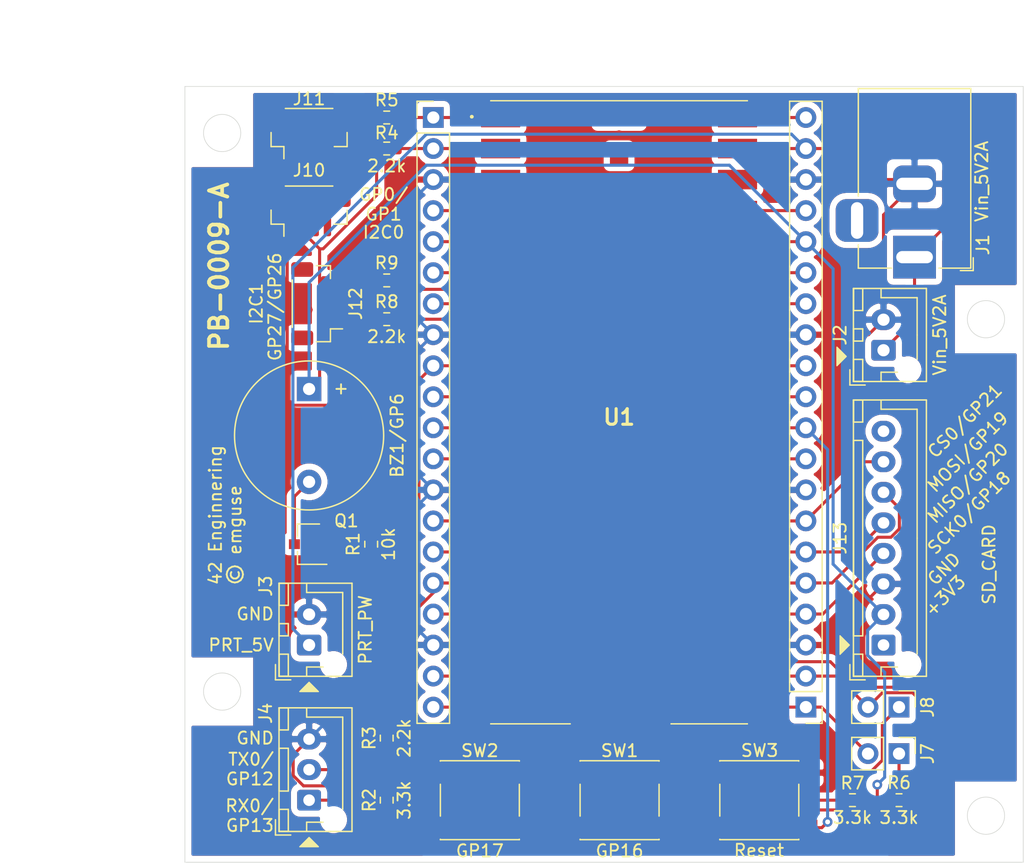
<source format=kicad_pcb>
(kicad_pcb (version 20171130) (host pcbnew "(5.1.12)-1")
  (title_block (title PB-0009-A) (date 2021-12-28) (rev 00) (company "42 Enginnering") (comment 1 emguse) (comment 2 "I2C sensor and data recording board with Raspberry Pi pico"))
  (layers (0 F.Cu signal) (31 B.Cu signal) (34 B.Paste user) (35 F.Paste user) (36 B.SilkS user) (37 F.SilkS user) (38 B.Mask user) (39 F.Mask user) (44 Edge.Cuts user))
  (net 0 "")
  (net 1 "Net-(BZ1-Pad2)")
  (net 2 +3V3)
  (net 3 /PRT_5V)
  (net 4 GND)
  (net 5 "Net-(J4-Pad2)")
  (net 6 /RX0)
  (net 7 "Net-(J5-Pad20)")
  (net 8 "Net-(J5-Pad19)")
  (net 9 /TX0)
  (net 10 "Net-(J5-Pad15)")
  (net 11 "Net-(J5-Pad14)")
  (net 12 "Net-(J5-Pad12)")
  (net 13 "Net-(J5-Pad11)")
  (net 14 "Net-(J5-Pad10)")
  (net 15 /BUZZ_SIG)
  (net 16 "Net-(J5-Pad7)")
  (net 17 "Net-(J5-Pad6)")
  (net 18 "Net-(J5-Pad5)")
  (net 19 "Net-(J5-Pad4)")
  (net 20 /SCL0)
  (net 21 /SDA0)
  (net 22 "Net-(J6-Pad40)")
  (net 23 "Net-(J6-Pad37)")
  (net 24 "Net-(J6-Pad35)")
  (net 25 "Net-(J6-Pad34)")
  (net 26 /SCL1)
  (net 27 /SDA1)
  (net 28 /RUN)
  (net 29 "Net-(J6-Pad29)")
  (net 30 /CS0)
  (net 31 /DI0_MISO)
  (net 32 /DO0_MOSI)
  (net 33 /SCK0)
  (net 34 /TH_DOWN)
  (net 35 /TH_UP)
  (net 36 "Net-(J7-Pad1)")
  (net 37 "Net-(J8-Pad1)")
  (net 38 "Net-(Q1-Pad1)")
  (module Connector_JST:JST_XH_B2B-XH-AM_1x02_P2.50mm_Vertical (layer F.Cu) (at 101.6 109.22 90)
    (fp_text reference J3 (at 4.826 -3.55 90) (layer F.SilkS))
    (fp_text value PRT_PW (at 1.25 4.6 90) (layer F.SilkS))
    (pad "" np_thru_hole circle (at -1.6 2 90) (size 1.2 1.2) (drill 1.2) (layers *.Cu *.Mask))
    (pad 2 thru_hole oval (at 2.5 0 90) (size 1.7 2) (drill 1) (layers *.Cu *.Mask) (net 4 GND))
    (pad 1 thru_hole roundrect (at 0 0 90) (size 1.7 2) (drill 1) (layers *.Cu *.Mask) (roundrect_rratio 0.1470588235294118) (net 3 /PRT_5V))
  )
  (module Resistor_SMD:R_0603_1608Metric (layer F.Cu) (at 107.95 79.375)
    (fp_text reference R9 (at 0 -1.43) (layer F.SilkS))
    (fp_text value 2.2k)
    (pad 2 smd roundrect (at 0.825 0) (size 0.8 0.95) (layers F.Cu F.Paste F.Mask) (net 26 /SCL1))
    (pad 1 smd roundrect (at -0.825 0) (size 0.8 0.95) (layers F.Cu F.Paste F.Mask) (net 2 +3V3))
  )
  (module Resistor_SMD:R_0603_1608Metric (layer F.Cu) (at 107.95 82.55)
    (fp_text reference R8 (at 0 -1.43) (layer F.SilkS))
    (fp_text value 2.2k (at 0 1.43) (layer F.SilkS))
    (pad 2 smd roundrect (at 0.825 0) (size 0.8 0.95) (layers F.Cu F.Paste F.Mask) (net 27 /SDA1))
    (pad 1 smd roundrect (at -0.825 0) (size 0.8 0.95) (layers F.Cu F.Paste F.Mask) (net 2 +3V3))
  )
  (module Button_Switch_SMD:SW_Push_1P1T_NO_6x6mm_H9.5mm (layer F.Cu) (at 138.43 121.92 180)
    (fp_text reference SW3 (at -0.0254 4.064) (layer F.SilkS))
    (fp_text value Reset (at 0.0254 -4.1148) (layer F.SilkS))
    (pad 2 smd rect (at 3.975 2.25 180) (size 1.55 1.3) (layers F.Cu F.Paste F.Mask) (net 4 GND))
    (pad 1 smd rect (at 3.975 -2.25 180) (size 1.55 1.3) (layers F.Cu F.Paste F.Mask) (net 28 /RUN))
    (pad 1 smd rect (at -3.975 -2.25 180) (size 1.55 1.3) (layers F.Cu F.Paste F.Mask) (net 28 /RUN))
    (pad 2 smd rect (at -3.975 2.25 180) (size 1.55 1.3) (layers F.Cu F.Paste F.Mask) (net 4 GND))
  )
  (module Button_Switch_SMD:SW_Push_1P1T_NO_6x6mm_H9.5mm (layer F.Cu) (at 115.57 121.92)
    (fp_text reference SW2 (at 0 -4.05) (layer F.SilkS))
    (fp_text value GP17 (at 0 4.15) (layer F.SilkS))
    (pad 2 smd rect (at 3.975 2.25) (size 1.55 1.3) (layers F.Cu F.Paste F.Mask) (net 34 /TH_DOWN))
    (pad 1 smd rect (at 3.975 -2.25) (size 1.55 1.3) (layers F.Cu F.Paste F.Mask) (net 37 "Net-(J8-Pad1)"))
    (pad 1 smd rect (at -3.975 -2.25) (size 1.55 1.3) (layers F.Cu F.Paste F.Mask) (net 37 "Net-(J8-Pad1)"))
    (pad 2 smd rect (at -3.975 2.25) (size 1.55 1.3) (layers F.Cu F.Paste F.Mask) (net 34 /TH_DOWN))
  )
  (module Button_Switch_SMD:SW_Push_1P1T_NO_6x6mm_H9.5mm (layer F.Cu) (at 127 121.92)
    (fp_text reference SW1 (at 0 -4.05) (layer F.SilkS))
    (fp_text value GP16 (at 0 4.15) (layer F.SilkS))
    (pad 2 smd rect (at 3.975 2.25) (size 1.55 1.3) (layers F.Cu F.Paste F.Mask) (net 35 /TH_UP))
    (pad 1 smd rect (at 3.975 -2.25) (size 1.55 1.3) (layers F.Cu F.Paste F.Mask) (net 36 "Net-(J7-Pad1)"))
    (pad 1 smd rect (at -3.975 -2.25) (size 1.55 1.3) (layers F.Cu F.Paste F.Mask) (net 36 "Net-(J7-Pad1)"))
    (pad 2 smd rect (at -3.975 2.25) (size 1.55 1.3) (layers F.Cu F.Paste F.Mask) (net 35 /TH_UP))
  )
  (module Resistor_SMD:R_0603_1608Metric (layer F.Cu) (at 146.05 121.92 180)
    (fp_text reference R7 (at 0 1.397) (layer F.SilkS))
    (fp_text value 3.3k (at 0 -1.4224) (layer F.SilkS))
    (pad 2 smd roundrect (at 0.825 0 180) (size 0.8 0.95) (layers F.Cu F.Paste F.Mask) (net 37 "Net-(J8-Pad1)"))
    (pad 1 smd roundrect (at -0.825 0 180) (size 0.8 0.95) (layers F.Cu F.Paste F.Mask) (net 2 +3V3))
  )
  (module Resistor_SMD:R_0603_1608Metric (layer F.Cu) (at 149.86 121.92)
    (fp_text reference R6 (at 0 -1.43) (layer F.SilkS))
    (fp_text value 3.3k (at 0 1.43) (layer F.SilkS))
    (pad 2 smd roundrect (at 0.825 0) (size 0.8 0.95) (layers F.Cu F.Paste F.Mask) (net 36 "Net-(J7-Pad1)"))
    (pad 1 smd roundrect (at -0.825 0) (size 0.8 0.95) (layers F.Cu F.Paste F.Mask) (net 2 +3V3))
  )
  (module Resistor_SMD:R_0603_1608Metric (layer F.Cu) (at 107.95 66.04)
    (fp_text reference R5 (at 0 -1.43) (layer F.SilkS))
    (fp_text value 2.2k)
    (pad 2 smd roundrect (at 0.825 0) (size 0.8 0.95) (layers F.Cu F.Paste F.Mask) (net 21 /SDA0))
    (pad 1 smd roundrect (at -0.825 0) (size 0.8 0.95) (layers F.Cu F.Paste F.Mask) (net 2 +3V3))
  )
  (module Resistor_SMD:R_0603_1608Metric (layer F.Cu) (at 107.95 68.58)
    (fp_text reference R4 (at 0 -1.27) (layer F.SilkS))
    (fp_text value 2.2k (at 0 1.43) (layer F.SilkS))
    (pad 2 smd roundrect (at 0.825 0) (size 0.8 0.95) (layers F.Cu F.Paste F.Mask) (net 20 /SCL0))
    (pad 1 smd roundrect (at -0.825 0) (size 0.8 0.95) (layers F.Cu F.Paste F.Mask) (net 2 +3V3))
  )
  (module Resistor_SMD:R_0603_1608Metric (layer F.Cu) (at 107.95 116.84 90)
    (fp_text reference R3 (at 0 -1.43 90) (layer F.SilkS))
    (fp_text value 2.2k (at 0 1.43 90) (layer F.SilkS))
    (pad 2 smd roundrect (at 0.825 0 90) (size 0.8 0.95) (layers F.Cu F.Paste F.Mask) (net 9 /TX0))
    (pad 1 smd roundrect (at -0.825 0 90) (size 0.8 0.95) (layers F.Cu F.Paste F.Mask) (net 5 "Net-(J4-Pad2)"))
  )
  (module Resistor_SMD:R_0603_1608Metric (layer F.Cu) (at 107.95 121.92 90)
    (fp_text reference R2 (at 0 -1.43 90) (layer F.SilkS))
    (fp_text value 3.3k (at 0 1.43 90) (layer F.SilkS))
    (pad 2 smd roundrect (at 0.825 0 90) (size 0.8 0.95) (layers F.Cu F.Paste F.Mask) (net 4 GND))
    (pad 1 smd roundrect (at -0.825 0 90) (size 0.8 0.95) (layers F.Cu F.Paste F.Mask) (net 9 /TX0))
  )
  (module Resistor_SMD:R_0603_1608Metric (layer F.Cu) (at 106.68 100.965 270)
    (fp_text reference R1 (at 0 1.4732 90) (layer F.SilkS))
    (fp_text value 10k (at 0 -1.4224 90) (layer F.SilkS))
    (pad 2 smd roundrect (at 0.825 0 270) (size 0.8 0.95) (layers F.Cu F.Paste F.Mask) (net 15 /BUZZ_SIG))
    (pad 1 smd roundrect (at -0.825 0 270) (size 0.8 0.95) (layers F.Cu F.Paste F.Mask) (net 38 "Net-(Q1-Pad1)"))
  )
  (module Package_TO_SOT_SMD:SC-59 (layer F.Cu) (at 101.6 100.965 180)
    (fp_text reference Q1 (at -3.048 1.905) (layer F.SilkS))
    (fp_text value Q_NPN_BEC)
    (pad 3 smd rect (at 1.2 0 180) (size 0.9 0.8) (layers F.Cu F.Paste F.Mask) (net 1 "Net-(BZ1-Pad2)"))
    (pad 2 smd rect (at -1.2 0.95 180) (size 0.9 0.8) (layers F.Cu F.Paste F.Mask) (net 4 GND))
    (pad 1 smd rect (at -1.2 -0.95 180) (size 0.9 0.8) (layers F.Cu F.Paste F.Mask) (net 38 "Net-(Q1-Pad1)"))
  )
  (module Connector_JST:JST_XH_B8B-XH-AM_1x08_P2.50mm_Vertical (layer F.Cu) (at 148.59 109.22 90)
    (fp_text reference J13 (at 8.75 -3.55 90) (layer F.SilkS))
    (fp_text value SD_CARD (at 6.604 8.636 90) (layer F.SilkS))
    (pad "" np_thru_hole circle (at -1.6 2 90) (size 1.2 1.2) (drill 1.2) (layers *.Cu *.Mask))
    (pad 8 thru_hole oval (at 17.5 0 90) (size 1.7 1.95) (drill 0.95) (layers *.Cu *.Mask))
    (pad 7 thru_hole oval (at 15 0 90) (size 1.7 1.95) (drill 0.95) (layers *.Cu *.Mask) (net 30 /CS0))
    (pad 6 thru_hole oval (at 12.5 0 90) (size 1.7 1.95) (drill 0.95) (layers *.Cu *.Mask) (net 32 /DO0_MOSI))
    (pad 5 thru_hole oval (at 10 0 90) (size 1.7 1.95) (drill 0.95) (layers *.Cu *.Mask) (net 31 /DI0_MISO))
    (pad 4 thru_hole oval (at 7.5 0 90) (size 1.7 1.95) (drill 0.95) (layers *.Cu *.Mask) (net 33 /SCK0))
    (pad 3 thru_hole oval (at 5 0 90) (size 1.7 1.95) (drill 0.95) (layers *.Cu *.Mask) (net 4 GND))
    (pad 2 thru_hole oval (at 2.5 0 90) (size 1.7 1.95) (drill 0.95) (layers *.Cu *.Mask) (net 2 +3V3))
    (pad 1 thru_hole roundrect (at 0 0 90) (size 1.7 1.95) (drill 0.95) (layers *.Cu *.Mask) (roundrect_rratio 0.1470588235294118))
  )
  (module Connector_JST:JST_SH_BM04B-SRSS-TB_1x04-1MP_P1.00mm_Vertical (layer F.Cu) (at 102.235 81.28 90)
    (fp_text reference J12 (at 0 3.175 90) (layer F.SilkS))
    (fp_text value I2C1 (at 0 -4.953 90) (layer F.SilkS))
    (pad MP smd roundrect (at 2.8 -1.2 90) (size 1.2 1.8) (layers F.Cu F.Paste F.Mask) (roundrect_rratio 0.2083325))
    (pad MP smd roundrect (at -2.8 -1.2 90) (size 1.2 1.8) (layers F.Cu F.Paste F.Mask) (roundrect_rratio 0.2083325))
    (pad 4 smd roundrect (at 1.5 1.325 90) (size 0.6 1.55) (layers F.Cu F.Paste F.Mask) (net 26 /SCL1))
    (pad 3 smd roundrect (at 0.5 1.325 90) (size 0.6 1.55) (layers F.Cu F.Paste F.Mask) (net 27 /SDA1))
    (pad 2 smd roundrect (at -0.5 1.325 90) (size 0.6 1.55) (layers F.Cu F.Paste F.Mask) (net 2 +3V3))
    (pad 1 smd roundrect (at -1.5 1.325 90) (size 0.6 1.55) (layers F.Cu F.Paste F.Mask) (net 4 GND))
  )
  (module Connector_JST:JST_SH_BM04B-SRSS-TB_1x04-1MP_P1.00mm_Vertical (layer F.Cu) (at 101.6 67.31)
    (fp_text reference J11 (at 0 -2.794) (layer F.SilkS))
    (fp_text value I2C0)
    (pad MP smd roundrect (at 2.8 -1.2) (size 1.2 1.8) (layers F.Cu F.Paste F.Mask) (roundrect_rratio 0.2083325))
    (pad MP smd roundrect (at -2.8 -1.2) (size 1.2 1.8) (layers F.Cu F.Paste F.Mask) (roundrect_rratio 0.2083325))
    (pad 4 smd roundrect (at 1.5 1.325) (size 0.6 1.55) (layers F.Cu F.Paste F.Mask) (net 20 /SCL0))
    (pad 3 smd roundrect (at 0.5 1.325) (size 0.6 1.55) (layers F.Cu F.Paste F.Mask) (net 21 /SDA0))
    (pad 2 smd roundrect (at -0.5 1.325) (size 0.6 1.55) (layers F.Cu F.Paste F.Mask) (net 2 +3V3))
    (pad 1 smd roundrect (at -1.5 1.325) (size 0.6 1.55) (layers F.Cu F.Paste F.Mask) (net 4 GND))
  )
  (module Connector_JST:JST_SH_BM04B-SRSS-TB_1x04-1MP_P1.00mm_Vertical (layer F.Cu) (at 101.6 73.66)
    (fp_text reference J10 (at 0 -3.3) (layer F.SilkS))
    (fp_text value I2C0 (at 6.096 1.778) (layer F.SilkS))
    (pad MP smd roundrect (at 2.8 -1.2) (size 1.2 1.8) (layers F.Cu F.Paste F.Mask) (roundrect_rratio 0.2083325))
    (pad MP smd roundrect (at -2.8 -1.2) (size 1.2 1.8) (layers F.Cu F.Paste F.Mask) (roundrect_rratio 0.2083325))
    (pad 4 smd roundrect (at 1.5 1.325) (size 0.6 1.55) (layers F.Cu F.Paste F.Mask) (net 20 /SCL0))
    (pad 3 smd roundrect (at 0.5 1.325) (size 0.6 1.55) (layers F.Cu F.Paste F.Mask) (net 21 /SDA0))
    (pad 2 smd roundrect (at -0.5 1.325) (size 0.6 1.55) (layers F.Cu F.Paste F.Mask) (net 2 +3V3))
    (pad 1 smd roundrect (at -1.5 1.325) (size 0.6 1.55) (layers F.Cu F.Paste F.Mask) (net 4 GND))
  )
  (module Connector_PinHeader_2.54mm:PinHeader_1x20_P2.54mm_Vertical (layer F.Cu) (at 142.24 114.3 180)
    (fp_text reference J9)
    (fp_text value Conn_01x20_Female)
    (pad 20 thru_hole oval (at 0 48.26 180) (size 1.7 1.7) (drill 1) (layers *.Cu *.Mask) (net 22 "Net-(J6-Pad40)"))
    (pad 19 thru_hole oval (at 0 45.72 180) (size 1.7 1.7) (drill 1) (layers *.Cu *.Mask) (net 3 /PRT_5V))
    (pad 18 thru_hole oval (at 0 43.18 180) (size 1.7 1.7) (drill 1) (layers *.Cu *.Mask) (net 4 GND))
    (pad 17 thru_hole oval (at 0 40.64 180) (size 1.7 1.7) (drill 1) (layers *.Cu *.Mask) (net 23 "Net-(J6-Pad37)"))
    (pad 16 thru_hole oval (at 0 38.1 180) (size 1.7 1.7) (drill 1) (layers *.Cu *.Mask) (net 2 +3V3))
    (pad 15 thru_hole oval (at 0 35.56 180) (size 1.7 1.7) (drill 1) (layers *.Cu *.Mask) (net 24 "Net-(J6-Pad35)"))
    (pad 14 thru_hole oval (at 0 33.02 180) (size 1.7 1.7) (drill 1) (layers *.Cu *.Mask) (net 25 "Net-(J6-Pad34)"))
    (pad 13 thru_hole oval (at 0 30.48 180) (size 1.7 1.7) (drill 1) (layers *.Cu *.Mask) (net 4 GND))
    (pad 12 thru_hole oval (at 0 27.94 180) (size 1.7 1.7) (drill 1) (layers *.Cu *.Mask) (net 26 /SCL1))
    (pad 11 thru_hole oval (at 0 25.4 180) (size 1.7 1.7) (drill 1) (layers *.Cu *.Mask) (net 27 /SDA1))
    (pad 10 thru_hole oval (at 0 22.86 180) (size 1.7 1.7) (drill 1) (layers *.Cu *.Mask) (net 28 /RUN))
    (pad 9 thru_hole oval (at 0 20.32 180) (size 1.7 1.7) (drill 1) (layers *.Cu *.Mask) (net 29 "Net-(J6-Pad29)"))
    (pad 8 thru_hole oval (at 0 17.78 180) (size 1.7 1.7) (drill 1) (layers *.Cu *.Mask) (net 4 GND))
    (pad 7 thru_hole oval (at 0 15.24 180) (size 1.7 1.7) (drill 1) (layers *.Cu *.Mask) (net 30 /CS0))
    (pad 6 thru_hole oval (at 0 12.7 180) (size 1.7 1.7) (drill 1) (layers *.Cu *.Mask) (net 31 /DI0_MISO))
    (pad 5 thru_hole oval (at 0 10.16 180) (size 1.7 1.7) (drill 1) (layers *.Cu *.Mask) (net 32 /DO0_MOSI))
    (pad 4 thru_hole oval (at 0 7.62 180) (size 1.7 1.7) (drill 1) (layers *.Cu *.Mask) (net 33 /SCK0))
    (pad 3 thru_hole oval (at 0 5.08 180) (size 1.7 1.7) (drill 1) (layers *.Cu *.Mask) (net 4 GND))
    (pad 2 thru_hole oval (at 0 2.54 180) (size 1.7 1.7) (drill 1) (layers *.Cu *.Mask) (net 34 /TH_DOWN))
    (pad 1 thru_hole rect (at 0 0 180) (size 1.7 1.7) (drill 1) (layers *.Cu *.Mask) (net 35 /TH_UP))
  )
  (module Connector_PinHeader_2.54mm:PinHeader_1x02_P2.54mm_Vertical (layer F.Cu) (at 149.86 114.3 270)
    (fp_text reference J8 (at 0 -2.33 90) (layer F.SilkS))
    (fp_text value TH_DOWN)
    (pad 2 thru_hole oval (at 0 2.54 270) (size 1.7 1.7) (drill 1) (layers *.Cu *.Mask) (net 34 /TH_DOWN))
    (pad 1 thru_hole rect (at 0 0 270) (size 1.7 1.7) (drill 1) (layers *.Cu *.Mask) (net 37 "Net-(J8-Pad1)"))
  )
  (module Connector_PinHeader_2.54mm:PinHeader_1x02_P2.54mm_Vertical (layer F.Cu) (at 149.86 118.11 270)
    (fp_text reference J7 (at 0 -2.33 90) (layer F.SilkS))
    (fp_text value TH_UP)
    (pad 2 thru_hole oval (at 0 2.54 270) (size 1.7 1.7) (drill 1) (layers *.Cu *.Mask) (net 35 /TH_UP))
    (pad 1 thru_hole rect (at 0 0 270) (size 1.7 1.7) (drill 1) (layers *.Cu *.Mask) (net 36 "Net-(J7-Pad1)"))
  )
  (module SamacSys_Parts:PICO (layer F.Cu) (at 116.459 115.6716)
    (fp_text reference U1 (at 10.5 -25.1) (layer F.SilkS) (effects (font (size 1.27 1.27) (thickness 0.254))))
    (fp_text value PICO hide)
    (pad TP6 smd rect (at 8 -38 90) (size 1.5 1.5) (layers F.Cu F.Paste F.Mask))
    (pad TP5 smd rect (at 8 -40.5 90) (size 1.5 1.5) (layers F.Cu F.Paste F.Mask))
    (pad TP4 smd rect (at 8 -43 90) (size 1.5 1.5) (layers F.Cu F.Paste F.Mask))
    (pad TP3 smd rect (at 9.5 -49.8 90) (size 1.5 1.5) (layers F.Cu F.Paste F.Mask))
    (pad TP2 smd rect (at 11.5 -49.8 90) (size 1.5 1.5) (layers F.Cu F.Paste F.Mask))
    (pad TP1 smd rect (at 10.5 -46.5 90) (size 1.5 1.5) (layers F.Cu F.Paste F.Mask))
    (pad D3 smd rect (at 13.04 -0.8) (size 1.6 3.2) (layers F.Cu F.Paste F.Mask))
    (pad D2 smd rect (at 10.5 -0.8) (size 1.6 3.2) (layers F.Cu F.Paste F.Mask))
    (pad D1 smd rect (at 7.96 -0.8) (size 1.6 3.2) (layers F.Cu F.Paste F.Mask))
    (pad 40 smd rect (at 20.19 -49.63 90) (size 1.6 3.2) (layers F.Cu F.Paste F.Mask) (net 22 "Net-(J6-Pad40)"))
    (pad 39 smd rect (at 20.19 -47.09 90) (size 1.6 3.2) (layers F.Cu F.Paste F.Mask) (net 3 /PRT_5V))
    (pad 38 smd rect (at 20.19 -44.55 90) (size 1.6 3.2) (layers F.Cu F.Paste F.Mask) (net 4 GND))
    (pad 37 smd rect (at 20.19 -42.01 90) (size 1.6 3.2) (layers F.Cu F.Paste F.Mask) (net 23 "Net-(J6-Pad37)"))
    (pad 36 smd rect (at 20.19 -39.47 90) (size 1.6 3.2) (layers F.Cu F.Paste F.Mask) (net 2 +3V3))
    (pad 35 smd rect (at 20.19 -36.93 90) (size 1.6 3.2) (layers F.Cu F.Paste F.Mask) (net 24 "Net-(J6-Pad35)"))
    (pad 34 smd rect (at 20.19 -34.39 90) (size 1.6 3.2) (layers F.Cu F.Paste F.Mask) (net 25 "Net-(J6-Pad34)"))
    (pad 33 smd rect (at 20.19 -31.85 90) (size 1.6 3.2) (layers F.Cu F.Paste F.Mask) (net 4 GND))
    (pad 32 smd rect (at 20.19 -29.31 90) (size 1.6 3.2) (layers F.Cu F.Paste F.Mask) (net 26 /SCL1))
    (pad 31 smd rect (at 20.19 -26.77 90) (size 1.6 3.2) (layers F.Cu F.Paste F.Mask) (net 27 /SDA1))
    (pad 30 smd rect (at 20.19 -24.23 90) (size 1.6 3.2) (layers F.Cu F.Paste F.Mask) (net 28 /RUN))
    (pad 29 smd rect (at 20.19 -21.69 90) (size 1.6 3.2) (layers F.Cu F.Paste F.Mask) (net 29 "Net-(J6-Pad29)"))
    (pad 28 smd rect (at 20.19 -19.15 90) (size 1.6 3.2) (layers F.Cu F.Paste F.Mask) (net 4 GND))
    (pad 27 smd rect (at 20.19 -16.61 90) (size 1.6 3.2) (layers F.Cu F.Paste F.Mask) (net 30 /CS0))
    (pad 26 smd rect (at 20.19 -14.07 90) (size 1.6 3.2) (layers F.Cu F.Paste F.Mask) (net 31 /DI0_MISO))
    (pad 25 smd rect (at 20.19 -11.53 90) (size 1.6 3.2) (layers F.Cu F.Paste F.Mask) (net 32 /DO0_MOSI))
    (pad 24 smd rect (at 20.19 -8.99 90) (size 1.6 3.2) (layers F.Cu F.Paste F.Mask) (net 33 /SCK0))
    (pad 23 smd rect (at 20.19 -6.45 90) (size 1.6 3.2) (layers F.Cu F.Paste F.Mask) (net 4 GND))
    (pad 22 smd rect (at 20.19 -3.91 90) (size 1.6 3.2) (layers F.Cu F.Paste F.Mask) (net 34 /TH_DOWN))
    (pad 21 smd rect (at 20.19 -1.37 90) (size 1.6 3.2) (layers F.Cu F.Paste F.Mask) (net 35 /TH_UP))
    (pad 20 smd rect (at 0.81 -1.37 90) (size 1.6 3.2) (layers F.Cu F.Paste F.Mask) (net 7 "Net-(J5-Pad20)"))
    (pad 19 smd rect (at 0.81 -3.91 90) (size 1.6 3.2) (layers F.Cu F.Paste F.Mask) (net 8 "Net-(J5-Pad19)"))
    (pad 18 smd rect (at 0.81 -6.45 90) (size 1.6 3.2) (layers F.Cu F.Paste F.Mask) (net 4 GND))
    (pad 17 smd rect (at 0.81 -8.99 90) (size 1.6 3.2) (layers F.Cu F.Paste F.Mask) (net 6 /RX0))
    (pad 16 smd rect (at 0.81 -11.53 90) (size 1.6 3.2) (layers F.Cu F.Paste F.Mask) (net 9 /TX0))
    (pad 15 smd rect (at 0.81 -14.07 90) (size 1.6 3.2) (layers F.Cu F.Paste F.Mask) (net 10 "Net-(J5-Pad15)"))
    (pad 14 smd rect (at 0.81 -16.61 90) (size 1.6 3.2) (layers F.Cu F.Paste F.Mask) (net 11 "Net-(J5-Pad14)"))
    (pad 13 smd rect (at 0.81 -19.15 90) (size 1.6 3.2) (layers F.Cu F.Paste F.Mask) (net 4 GND))
    (pad 12 smd rect (at 0.81 -21.69 90) (size 1.6 3.2) (layers F.Cu F.Paste F.Mask) (net 12 "Net-(J5-Pad12)"))
    (pad 11 smd rect (at 0.81 -24.23 90) (size 1.6 3.2) (layers F.Cu F.Paste F.Mask) (net 13 "Net-(J5-Pad11)"))
    (pad 10 smd rect (at 0.81 -26.77 90) (size 1.6 3.2) (layers F.Cu F.Paste F.Mask) (net 14 "Net-(J5-Pad10)"))
    (pad 9 smd rect (at 0.81 -29.31 90) (size 1.6 3.2) (layers F.Cu F.Paste F.Mask) (net 15 /BUZZ_SIG))
    (pad 8 smd rect (at 0.81 -31.85 90) (size 1.6 3.2) (layers F.Cu F.Paste F.Mask) (net 4 GND))
    (pad 7 smd rect (at 0.81 -34.39 90) (size 1.6 3.2) (layers F.Cu F.Paste F.Mask) (net 16 "Net-(J5-Pad7)"))
    (pad 6 smd rect (at 0.81 -36.93 90) (size 1.6 3.2) (layers F.Cu F.Paste F.Mask) (net 17 "Net-(J5-Pad6)"))
    (pad 5 smd rect (at 0.81 -39.47 90) (size 1.6 3.2) (layers F.Cu F.Paste F.Mask) (net 18 "Net-(J5-Pad5)"))
    (pad 4 smd rect (at 0.81 -42.01 90) (size 1.6 3.2) (layers F.Cu F.Paste F.Mask) (net 19 "Net-(J5-Pad4)"))
    (pad 3 smd rect (at 0.81 -44.55 90) (size 1.6 3.2) (layers F.Cu F.Paste F.Mask) (net 4 GND))
    (pad 2 smd rect (at 0.81 -47.09 90) (size 1.6 3.2) (layers F.Cu F.Paste F.Mask) (net 20 /SCL0))
    (pad 1 smd rect (at 0.81 -49.63 90) (size 1.6 3.2) (layers F.Cu F.Paste F.Mask) (net 21 /SDA0))
  )
  (module Connector_PinHeader_2.54mm:PinHeader_1x20_P2.54mm_Vertical (layer F.Cu) (at 111.76 66.04)
    (fp_text reference J5)
    (fp_text value Conn_01x20_Female)
    (pad 20 thru_hole oval (at 0 48.26) (size 1.7 1.7) (drill 1) (layers *.Cu *.Mask) (net 7 "Net-(J5-Pad20)"))
    (pad 19 thru_hole oval (at 0 45.72) (size 1.7 1.7) (drill 1) (layers *.Cu *.Mask) (net 8 "Net-(J5-Pad19)"))
    (pad 18 thru_hole oval (at 0 43.18) (size 1.7 1.7) (drill 1) (layers *.Cu *.Mask) (net 4 GND))
    (pad 17 thru_hole oval (at 0 40.64) (size 1.7 1.7) (drill 1) (layers *.Cu *.Mask) (net 6 /RX0))
    (pad 16 thru_hole oval (at 0 38.1) (size 1.7 1.7) (drill 1) (layers *.Cu *.Mask) (net 9 /TX0))
    (pad 15 thru_hole oval (at 0 35.56) (size 1.7 1.7) (drill 1) (layers *.Cu *.Mask) (net 10 "Net-(J5-Pad15)"))
    (pad 14 thru_hole oval (at 0 33.02) (size 1.7 1.7) (drill 1) (layers *.Cu *.Mask) (net 11 "Net-(J5-Pad14)"))
    (pad 13 thru_hole oval (at 0 30.48) (size 1.7 1.7) (drill 1) (layers *.Cu *.Mask) (net 4 GND))
    (pad 12 thru_hole oval (at 0 27.94) (size 1.7 1.7) (drill 1) (layers *.Cu *.Mask) (net 12 "Net-(J5-Pad12)"))
    (pad 11 thru_hole oval (at 0 25.4) (size 1.7 1.7) (drill 1) (layers *.Cu *.Mask) (net 13 "Net-(J5-Pad11)"))
    (pad 10 thru_hole oval (at 0 22.86) (size 1.7 1.7) (drill 1) (layers *.Cu *.Mask) (net 14 "Net-(J5-Pad10)"))
    (pad 9 thru_hole oval (at 0 20.32) (size 1.7 1.7) (drill 1) (layers *.Cu *.Mask) (net 15 /BUZZ_SIG))
    (pad 8 thru_hole oval (at 0 17.78) (size 1.7 1.7) (drill 1) (layers *.Cu *.Mask) (net 4 GND))
    (pad 7 thru_hole oval (at 0 15.24) (size 1.7 1.7) (drill 1) (layers *.Cu *.Mask) (net 16 "Net-(J5-Pad7)"))
    (pad 6 thru_hole oval (at 0 12.7) (size 1.7 1.7) (drill 1) (layers *.Cu *.Mask) (net 17 "Net-(J5-Pad6)"))
    (pad 5 thru_hole oval (at 0 10.16) (size 1.7 1.7) (drill 1) (layers *.Cu *.Mask) (net 18 "Net-(J5-Pad5)"))
    (pad 4 thru_hole oval (at 0 7.62) (size 1.7 1.7) (drill 1) (layers *.Cu *.Mask) (net 19 "Net-(J5-Pad4)"))
    (pad 3 thru_hole oval (at 0 5.08) (size 1.7 1.7) (drill 1) (layers *.Cu *.Mask) (net 4 GND))
    (pad 2 thru_hole oval (at 0 2.54) (size 1.7 1.7) (drill 1) (layers *.Cu *.Mask) (net 20 /SCL0))
    (pad 1 thru_hole rect (at 0 0) (size 1.7 1.7) (drill 1) (layers *.Cu *.Mask) (net 21 /SDA0))
  )
  (module Connector_JST:JST_XH_B3B-XH-AM_1x03_P2.50mm_Vertical (layer F.Cu) (at 101.6 121.92 90)
    (fp_text reference J4 (at 7.112 -3.556 90) (layer F.SilkS))
    (fp_text value Conn_01x03)
    (pad "" np_thru_hole circle (at -1.6 2 90) (size 1.2 1.2) (drill 1.2) (layers *.Cu *.Mask))
    (pad 3 thru_hole oval (at 5 0 90) (size 1.7 1.95) (drill 0.95) (layers *.Cu *.Mask) (net 4 GND))
    (pad 2 thru_hole oval (at 2.5 0 90) (size 1.7 1.95) (drill 0.95) (layers *.Cu *.Mask) (net 5 "Net-(J4-Pad2)"))
    (pad 1 thru_hole roundrect (at 0 0 90) (size 1.7 1.95) (drill 0.95) (layers *.Cu *.Mask) (roundrect_rratio 0.1470588235294118) (net 6 /RX0))
  )
  (module Connector_JST:JST_XH_B2B-XH-AM_1x02_P2.50mm_Vertical (layer F.Cu) (at 148.59 85.09 90)
    (fp_text reference J2 (at 1.25 -3.55 90) (layer F.SilkS))
    (fp_text value Vin_5V2A (at 1.25 4.6 90) (layer F.SilkS))
    (pad "" np_thru_hole circle (at -1.6 2 90) (size 1.2 1.2) (drill 1.2) (layers *.Cu *.Mask))
    (pad 2 thru_hole oval (at 2.5 0 90) (size 1.7 2) (drill 1) (layers *.Cu *.Mask) (net 4 GND))
    (pad 1 thru_hole roundrect (at 0 0 90) (size 1.7 2) (drill 1) (layers *.Cu *.Mask) (roundrect_rratio 0.1470588235294118) (net 3 /PRT_5V))
  )
  (module Connector_BarrelJack:BarrelJack_Horizontal (layer F.Cu) (at 151.13 77.47 270)
    (fp_text reference J1 (at -1.016 -5.588 90) (layer F.SilkS))
    (fp_text value Vin_5V2A (at -6.2 -5.5 90) (layer F.SilkS))
    (pad 3 thru_hole roundrect (at -3 4.7 270) (size 3.5 3.5) (drill oval 3 1) (layers *.Cu *.Mask))
    (pad 2 thru_hole roundrect (at -6 0 270) (size 3 3.5) (drill oval 1 3) (layers *.Cu *.Mask) (net 4 GND))
    (pad 1 thru_hole rect (at 0 0 270) (size 3.5 3.5) (drill oval 1 3) (layers *.Cu *.Mask) (net 3 /PRT_5V))
  )
  (module Buzzer_Beeper:Buzzer_12x9.5RM7.6 (layer F.Cu) (at 101.6 88.265 270)
    (fp_text reference BZ1/GP6 (at 3.8 -7.2 90) (layer F.SilkS))
    (fp_text value Buzzer)
    (fp_text user + (at -0.01 -2.54 90) (layer F.SilkS))
    (pad 2 thru_hole circle (at 7.6 0 270) (size 2 2) (drill 1) (layers *.Cu *.Mask) (net 1 "Net-(BZ1-Pad2)"))
    (pad 1 thru_hole rect (at 0 0 270) (size 2 2) (drill 1) (layers *.Cu *.Mask) (net 2 +3V3))
  )
  (gr_text "42 Enginnering\n© emguse" (at 94.742 104.394 90) (layer F.SilkS) (effects (font (size 1 1)) (justify left)))
  (gr_circle (center 156.972 82.55) (end 158.496 82.55) (layer Edge.Cuts) (width 0.05))
  (gr_circle (center 156.972 123.19) (end 158.496 123.19) (layer Edge.Cuts) (width 0.05))
  (gr_circle (center 94.488 113.03) (end 96.012 113.03) (layer Edge.Cuts) (width 0.05))
  (gr_circle (center 94.488 67.31) (end 96.012 67.31) (layer Edge.Cuts) (width 0.05))
  (gr_text PB-0009-A (at 94.234 78.232 90) (layer F.SilkS) (effects (font (size 1.5 1.5) (thickness 0.3))))
  (gr_text PRT_5V (at 98.806 109.22) (layer F.SilkS) (effects (font (size 1 1)) (justify right)))
  (gr_text GND (at 98.806 106.68) (layer F.SilkS) (effects (font (size 1 1)) (justify right)))
  (gr_text GND (at 98.806 116.84) (layer F.SilkS) (effects (font (size 1 1)) (justify right)))
  (gr_text "TX0/\nGP12" (at 98.806 119.38) (layer F.SilkS) (effects (font (size 1 1)) (justify right)))
  (gr_text "RX0/\nGP13" (at 98.806 123.19) (layer F.SilkS) (effects (font (size 1 1)) (justify right)))
  (gr_poly (pts (xy 145.542 85.598) (xy 144.78 86.36) (xy 144.78 84.836)) (layer F.SilkS) (width 0.1))
  (gr_poly (pts (xy 145.796 109.22) (xy 145.034 109.982) (xy 145.034 108.458)) (layer F.SilkS) (width 0.1))
  (gr_text CS0/GP21 (at 152.4 93.726 45) (layer F.SilkS) (effects (font (size 1 1)) (justify left)))
  (gr_text MOSI/GP19 (at 152.4 96.52 45) (layer F.SilkS) (effects (font (size 1 1)) (justify left)))
  (gr_text MISO/GP20 (at 152.4 99.06 45) (layer F.SilkS) (effects (font (size 1 1)) (justify left)))
  (gr_text SCK0/GP18 (at 152.4 101.6 45) (layer F.SilkS) (effects (font (size 1 1)) (justify left)))
  (gr_poly (pts (xy 101.6 124.968) (xy 102.362 125.73) (xy 100.838 125.73)) (layer F.SilkS) (width 0.1))
  (gr_poly (pts (xy 101.6 112.268) (xy 102.362 113.03) (xy 100.838 113.03)) (layer F.SilkS) (width 0.1))
  (gr_text "GP0/\nGP1" (at 107.696 73.152) (layer F.SilkS) (effects (font (size 1 1))))
  (gr_text GP27/GP26 (at 98.806 81.534 90) (layer F.SilkS) (effects (font (size 1 1))))
  (gr_text GND (at 152.4 104.14 45) (layer F.SilkS) (effects (font (size 1 1)) (justify left)))
  (gr_text +3V3 (at 152.146 106.68 45) (layer F.SilkS) (effects (font (size 1 1)) (justify left)))
  (gr_line (start 160.02 63.5) (end 91.44 63.5) (layer Edge.Cuts) (width 0.05))
  (gr_line (start 160.02 127) (end 160.02 63.5) (layer Edge.Cuts) (width 0.05))
  (gr_line (start 91.44 127) (end 160.02 127) (layer Edge.Cuts) (width 0.05))
  (gr_line (start 91.44 63.5) (end 91.44 127) (layer Edge.Cuts) (width 0.05))
  (segment (start 100.4 97.065) (end 101.6 95.865) (width 0.25) (layer F.Cu) (net 1))
  (segment (start 100.4 100.965) (end 100.4 97.065) (width 0.25) (layer F.Cu) (net 1))
  (segment (start 142.2384 76.2016) (end 142.24 76.2) (width 0.25) (layer F.Cu) (net 2))
  (segment (start 136.649 76.2016) (end 142.2384 76.2016) (width 0.25) (layer F.Cu) (net 2))
  (segment (start 106.355 81.78) (end 107.125 82.55) (width 0.25) (layer F.Cu) (net 2))
  (segment (start 103.56 81.78) (end 106.355 81.78) (width 0.25) (layer F.Cu) (net 2))
  (segment (start 106.90499 79.15499) (end 107.125 79.375) (width 0.25) (layer F.Cu) (net 2))
  (segment (start 102.738242 79.15499) (end 106.90499 79.15499) (width 0.25) (layer F.Cu) (net 2))
  (segment (start 102.45999 79.433242) (end 102.738242 79.15499) (width 0.25) (layer F.Cu) (net 2))
  (segment (start 102.45999 81.45499) (end 102.45999 79.433242) (width 0.25) (layer F.Cu) (net 2))
  (segment (start 102.785 81.78) (end 102.45999 81.45499) (width 0.25) (layer F.Cu) (net 2))
  (segment (start 105.96999 64.88499) (end 107.125 66.04) (width 0.25) (layer F.Cu) (net 2))
  (segment (start 103.81182 64.88499) (end 105.96999 64.88499) (width 0.25) (layer F.Cu) (net 2))
  (segment (start 101.1 67.59681) (end 103.81182 64.88499) (width 0.25) (layer F.Cu) (net 2))
  (segment (start 101.1 68.635) (end 101.1 67.59681) (width 0.25) (layer F.Cu) (net 2))
  (segment (start 101.1 68.635) (end 101.1 74.985) (width 0.25) (layer F.Cu) (net 2))
  (segment (start 102.785 81.78) (end 103.56 81.78) (width 0.25) (layer F.Cu) (net 2))
  (segment (start 102.45999 82.10501) (end 102.785 81.78) (width 0.25) (layer F.Cu) (net 2))
  (segment (start 102.45999 87.40501) (end 102.45999 82.10501) (width 0.25) (layer F.Cu) (net 2))
  (segment (start 101.6 88.265) (end 102.45999 87.40501) (width 0.25) (layer F.Cu) (net 2))
  (segment (start 101.1 75.431768) (end 101.1 74.985) (width 0.25) (layer F.Cu) (net 2))
  (segment (start 102.45999 76.791758) (end 101.1 75.431768) (width 0.25) (layer F.Cu) (net 2))
  (segment (start 102.45999 79.433242) (end 102.45999 76.791758) (width 0.25) (layer F.Cu) (net 2))
  (segment (start 144.46801 78.42801) (end 142.24 76.2) (width 0.25) (layer B.Cu) (net 2))
  (segment (start 144.46801 102.59801) (end 144.46801 78.42801) (width 0.25) (layer B.Cu) (net 2))
  (segment (start 148.59 106.72) (end 144.46801 102.59801) (width 0.25) (layer B.Cu) (net 2))
  (segment (start 111.195999 69.944999) (end 101.6 79.540998) (width 0.25) (layer B.Cu) (net 2))
  (segment (start 135.984999 69.944999) (end 111.195999 69.944999) (width 0.25) (layer B.Cu) (net 2))
  (segment (start 101.6 79.540998) (end 101.6 88.265) (width 0.25) (layer B.Cu) (net 2))
  (segment (start 142.24 76.2) (end 135.984999 69.944999) (width 0.25) (layer B.Cu) (net 2))
  (via (at 148.082 120.65) (size 0.8) (drill 0.4) (layers F.Cu B.Cu) (net 2))
  (segment (start 148.082 121.92) (end 148.082 120.65) (width 0.25) (layer F.Cu) (net 2))
  (segment (start 146.875 121.92) (end 148.082 121.92) (width 0.25) (layer F.Cu) (net 2))
  (segment (start 148.082 121.92) (end 149.035 121.92) (width 0.25) (layer F.Cu) (net 2))
  (segment (start 147.28999 108.02001) (end 148.59 106.72) (width 0.25) (layer B.Cu) (net 2))
  (segment (start 147.28999 110.05818) (end 147.28999 108.02001) (width 0.25) (layer B.Cu) (net 2))
  (segment (start 148.684999 111.453189) (end 147.28999 110.05818) (width 0.25) (layer B.Cu) (net 2))
  (segment (start 148.684999 120.047001) (end 148.684999 111.453189) (width 0.25) (layer B.Cu) (net 2))
  (segment (start 148.082 120.65) (end 148.684999 120.047001) (width 0.25) (layer B.Cu) (net 2))
  (segment (start 107.125 68.58) (end 107.125 72.406768) (width 0.25) (layer F.Cu) (net 2))
  (segment (start 102.74001 76.791758) (end 107.125 72.406768) (width 0.25) (layer F.Cu) (net 2))
  (segment (start 102.45999 76.791758) (end 102.74001 76.791758) (width 0.25) (layer F.Cu) (net 2))
  (segment (start 142.2384 68.5816) (end 142.24 68.58) (width 0.25) (layer F.Cu) (net 3))
  (segment (start 136.649 68.5816) (end 142.2384 68.5816) (width 0.25) (layer F.Cu) (net 3))
  (segment (start 141.064999 67.404999) (end 142.24 68.58) (width 0.25) (layer B.Cu) (net 3))
  (segment (start 111.195999 67.404999) (end 141.064999 67.404999) (width 0.25) (layer B.Cu) (net 3))
  (segment (start 100.27499 78.326008) (end 111.195999 67.404999) (width 0.25) (layer B.Cu) (net 3))
  (segment (start 100.27499 107.89499) (end 100.27499 78.326008) (width 0.25) (layer B.Cu) (net 3))
  (segment (start 101.6 109.22) (end 100.27499 107.89499) (width 0.25) (layer B.Cu) (net 3))
  (segment (start 154.47501 70.274714) (end 152.780296 68.58) (width 0.25) (layer F.Cu) (net 3))
  (segment (start 152.780296 68.58) (end 142.24 68.58) (width 0.25) (layer F.Cu) (net 3))
  (segment (start 151.13 82.55) (end 151.13 77.47) (width 0.25) (layer F.Cu) (net 3))
  (segment (start 148.59 85.09) (end 151.13 82.55) (width 0.25) (layer F.Cu) (net 3))
  (segment (start 154.47501 74.12499) (end 151.13 77.47) (width 0.25) (layer F.Cu) (net 3))
  (segment (start 154.47501 70.274714) (end 154.47501 74.12499) (width 0.25) (layer F.Cu) (net 3))
  (segment (start 111.7616 71.1216) (end 111.76 71.12) (width 0.25) (layer F.Cu) (net 4))
  (segment (start 117.269 71.1216) (end 111.7616 71.1216) (width 0.25) (layer F.Cu) (net 4))
  (segment (start 117.269 83.8216) (end 111.7616 83.8216) (width 0.25) (layer F.Cu) (net 4))
  (segment (start 111.7616 96.5216) (end 111.76 96.52) (width 0.25) (layer F.Cu) (net 4))
  (segment (start 117.269 96.5216) (end 111.7616 96.5216) (width 0.25) (layer F.Cu) (net 4))
  (segment (start 111.7616 109.2216) (end 111.76 109.22) (width 0.25) (layer F.Cu) (net 4))
  (segment (start 117.269 109.2216) (end 111.7616 109.2216) (width 0.25) (layer F.Cu) (net 4))
  (segment (start 142.2384 109.2216) (end 142.24 109.22) (width 0.25) (layer F.Cu) (net 4))
  (segment (start 136.649 109.2216) (end 142.2384 109.2216) (width 0.25) (layer F.Cu) (net 4))
  (segment (start 142.2384 96.5216) (end 142.24 96.52) (width 0.25) (layer F.Cu) (net 4))
  (segment (start 136.649 96.5216) (end 142.2384 96.5216) (width 0.25) (layer F.Cu) (net 4))
  (segment (start 142.2384 83.8216) (end 142.24 83.82) (width 0.25) (layer F.Cu) (net 4))
  (segment (start 136.649 83.8216) (end 142.2384 83.8216) (width 0.25) (layer F.Cu) (net 4))
  (segment (start 142.2384 71.1216) (end 142.24 71.12) (width 0.25) (layer F.Cu) (net 4))
  (segment (start 136.649 71.1216) (end 142.2384 71.1216) (width 0.25) (layer F.Cu) (net 4))
  (segment (start 147.36 83.82) (end 148.59 82.59) (width 0.25) (layer F.Cu) (net 4))
  (segment (start 142.24 83.82) (end 147.36 83.82) (width 0.25) (layer F.Cu) (net 4))
  (segment (start 152.05 71.12) (end 152.4 71.47) (width 0.25) (layer F.Cu) (net 4))
  (segment (start 143.59 109.22) (end 148.59 104.22) (width 0.25) (layer F.Cu) (net 4))
  (segment (start 142.24 109.22) (end 143.59 109.22) (width 0.25) (layer F.Cu) (net 4))
  (segment (start 107.59999 120.74499) (end 107.95 121.095) (width 0.25) (layer F.Cu) (net 4))
  (segment (start 101.138275 120.74499) (end 107.59999 120.74499) (width 0.25) (layer F.Cu) (net 4))
  (segment (start 100.29999 119.906705) (end 101.138275 120.74499) (width 0.25) (layer F.Cu) (net 4))
  (segment (start 100.29999 118.22001) (end 100.29999 119.906705) (width 0.25) (layer F.Cu) (net 4))
  (segment (start 101.6 116.92) (end 100.29999 118.22001) (width 0.25) (layer F.Cu) (net 4))
  (segment (start 124.994002 71.1216) (end 136.649 71.1216) (width 0.25) (layer F.Cu) (net 4))
  (segment (start 117.269 71.1216) (end 124.994002 71.1216) (width 0.25) (layer F.Cu) (net 4))
  (segment (start 117.269 96.5216) (end 136.649 96.5216) (width 0.25) (layer F.Cu) (net 4))
  (segment (start 100.1 68.635) (end 100.1 74.985) (width 0.25) (layer F.Cu) (net 4))
  (segment (start 101.6 101.215) (end 101.6 106.72) (width 0.25) (layer F.Cu) (net 4))
  (segment (start 102.8 100.015) (end 101.6 101.215) (width 0.25) (layer F.Cu) (net 4))
  (segment (start 109.26 106.72) (end 111.76 109.22) (width 0.25) (layer B.Cu) (net 4))
  (segment (start 101.6 106.72) (end 109.26 106.72) (width 0.25) (layer B.Cu) (net 4))
  (segment (start 110.584999 97.695001) (end 111.76 96.52) (width 0.25) (layer B.Cu) (net 4))
  (segment (start 110.584999 108.044999) (end 110.584999 97.695001) (width 0.25) (layer B.Cu) (net 4))
  (segment (start 111.76 109.22) (end 110.584999 108.044999) (width 0.25) (layer B.Cu) (net 4))
  (segment (start 110.584999 84.995001) (end 111.76 83.82) (width 0.25) (layer B.Cu) (net 4))
  (segment (start 110.584999 95.344999) (end 110.584999 84.995001) (width 0.25) (layer B.Cu) (net 4))
  (segment (start 111.76 96.52) (end 110.584999 95.344999) (width 0.25) (layer B.Cu) (net 4))
  (segment (start 110.584999 72.295001) (end 111.76 71.12) (width 0.25) (layer B.Cu) (net 4))
  (segment (start 110.584999 82.644999) (end 110.584999 72.295001) (width 0.25) (layer B.Cu) (net 4))
  (segment (start 111.76 83.82) (end 110.584999 82.644999) (width 0.25) (layer B.Cu) (net 4))
  (segment (start 111.76 109.22) (end 142.24 109.22) (width 0.25) (layer B.Cu) (net 4))
  (segment (start 134.273989 109.746611) (end 134.273989 119.488989) (width 0.25) (layer F.Cu) (net 4))
  (segment (start 134.273989 119.488989) (end 134.455 119.67) (width 0.25) (layer F.Cu) (net 4))
  (segment (start 134.799 109.2216) (end 134.273989 109.746611) (width 0.25) (layer F.Cu) (net 4))
  (segment (start 136.649 109.2216) (end 134.799 109.2216) (width 0.25) (layer F.Cu) (net 4))
  (segment (start 134.455 119.67) (end 142.405 119.67) (width 0.25) (layer F.Cu) (net 4))
  (segment (start 104.6 83.82) (end 103.56 82.78) (width 0.25) (layer F.Cu) (net 4))
  (segment (start 111.76 83.82) (end 104.6 83.82) (width 0.25) (layer F.Cu) (net 4))
  (segment (start 99.80999 75.27501) (end 100.1 74.985) (width 0.25) (layer F.Cu) (net 4))
  (segment (start 99.80999 89.059992) (end 99.80999 75.27501) (width 0.25) (layer F.Cu) (net 4))
  (segment (start 100.339999 89.590001) (end 99.80999 89.059992) (width 0.25) (layer F.Cu) (net 4))
  (segment (start 105.989999 89.590001) (end 100.339999 89.590001) (width 0.25) (layer F.Cu) (net 4))
  (segment (start 111.76 83.82) (end 105.989999 89.590001) (width 0.25) (layer F.Cu) (net 4))
  (segment (start 109.3 109.22) (end 101.6 116.92) (width 0.25) (layer B.Cu) (net 4))
  (segment (start 111.76 109.22) (end 109.3 109.22) (width 0.25) (layer B.Cu) (net 4))
  (segment (start 148.59 74.01) (end 151.13 71.47) (width 0.25) (layer F.Cu) (net 4))
  (segment (start 148.59 82.59) (end 148.59 74.01) (width 0.25) (layer F.Cu) (net 4))
  (segment (start 150.78 71.12) (end 151.13 71.47) (width 0.25) (layer F.Cu) (net 4))
  (segment (start 142.24 71.12) (end 150.78 71.12) (width 0.25) (layer F.Cu) (net 4))
  (segment (start 106.195 119.42) (end 107.95 117.665) (width 0.25) (layer F.Cu) (net 5))
  (segment (start 101.6 119.42) (end 106.195 119.42) (width 0.25) (layer F.Cu) (net 5))
  (segment (start 111.7616 106.6816) (end 111.76 106.68) (width 0.25) (layer F.Cu) (net 6))
  (segment (start 117.269 106.6816) (end 111.7616 106.6816) (width 0.25) (layer F.Cu) (net 6))
  (segment (start 119.194001 106.756601) (end 119.119 106.6816) (width 0.25) (layer F.Cu) (net 6))
  (segment (start 119.119 106.6816) (end 117.269 106.6816) (width 0.25) (layer F.Cu) (net 6))
  (segment (start 119.194001 115.361601) (end 119.194001 106.756601) (width 0.25) (layer F.Cu) (net 6))
  (segment (start 119.129001 115.426601) (end 119.194001 115.361601) (width 0.25) (layer F.Cu) (net 6))
  (segment (start 113.828397 115.426601) (end 119.129001 115.426601) (width 0.25) (layer F.Cu) (net 6))
  (segment (start 110.494999 121.417479) (end 110.494999 118.759999) (width 0.25) (layer F.Cu) (net 6))
  (segment (start 107.457532 123.47001) (end 108.442468 123.47001) (width 0.25) (layer F.Cu) (net 6))
  (segment (start 108.442468 123.47001) (end 110.494999 121.417479) (width 0.25) (layer F.Cu) (net 6))
  (segment (start 105.907522 121.92) (end 107.457532 123.47001) (width 0.25) (layer F.Cu) (net 6))
  (segment (start 110.494999 118.759999) (end 113.828397 115.426601) (width 0.25) (layer F.Cu) (net 6))
  (segment (start 101.6 121.92) (end 105.907522 121.92) (width 0.25) (layer F.Cu) (net 6))
  (segment (start 111.7616 114.3016) (end 111.76 114.3) (width 0.25) (layer F.Cu) (net 7))
  (segment (start 117.269 114.3016) (end 111.7616 114.3016) (width 0.25) (layer F.Cu) (net 7))
  (segment (start 111.7616 111.7616) (end 111.76 111.76) (width 0.25) (layer F.Cu) (net 8))
  (segment (start 117.269 111.7616) (end 111.7616 111.7616) (width 0.25) (layer F.Cu) (net 8))
  (segment (start 111.7616 104.1416) (end 111.76 104.14) (width 0.25) (layer F.Cu) (net 9))
  (segment (start 117.269 104.1416) (end 111.7616 104.1416) (width 0.25) (layer F.Cu) (net 9))
  (segment (start 108.75001 116.81501) (end 107.95 116.015) (width 0.25) (layer F.Cu) (net 9))
  (segment (start 108.75001 121.94499) (end 108.75001 116.81501) (width 0.25) (layer F.Cu) (net 9))
  (segment (start 107.95 122.745) (end 108.75001 121.94499) (width 0.25) (layer F.Cu) (net 9))
  (segment (start 111.76 104.940998) (end 111.76 104.14) (width 0.25) (layer F.Cu) (net 9))
  (segment (start 107.95 108.750998) (end 111.76 104.940998) (width 0.25) (layer F.Cu) (net 9))
  (segment (start 107.95 116.015) (end 107.95 108.750998) (width 0.25) (layer F.Cu) (net 9))
  (segment (start 111.7616 101.6016) (end 111.76 101.6) (width 0.25) (layer F.Cu) (net 10))
  (segment (start 117.269 101.6016) (end 111.7616 101.6016) (width 0.25) (layer F.Cu) (net 10))
  (segment (start 111.7616 99.0616) (end 111.76 99.06) (width 0.25) (layer F.Cu) (net 11))
  (segment (start 117.269 99.0616) (end 111.7616 99.0616) (width 0.25) (layer F.Cu) (net 11))
  (segment (start 111.7616 93.9816) (end 111.76 93.98) (width 0.25) (layer F.Cu) (net 12))
  (segment (start 117.269 93.9816) (end 111.7616 93.9816) (width 0.25) (layer F.Cu) (net 12))
  (segment (start 111.7616 91.4416) (end 111.76 91.44) (width 0.25) (layer F.Cu) (net 13))
  (segment (start 117.269 91.4416) (end 111.7616 91.4416) (width 0.25) (layer F.Cu) (net 13))
  (segment (start 111.7616 88.9016) (end 111.76 88.9) (width 0.25) (layer F.Cu) (net 14))
  (segment (start 117.269 88.9016) (end 111.7616 88.9016) (width 0.25) (layer F.Cu) (net 14))
  (segment (start 111.7616 86.3616) (end 111.76 86.36) (width 0.25) (layer F.Cu) (net 15))
  (segment (start 117.269 86.3616) (end 111.7616 86.3616) (width 0.25) (layer F.Cu) (net 15))
  (segment (start 110.584999 87.535001) (end 111.76 86.36) (width 0.25) (layer F.Cu) (net 15))
  (segment (start 110.584999 97.885001) (end 106.68 101.79) (width 0.25) (layer F.Cu) (net 15))
  (segment (start 110.584999 95.790001) (end 110.584999 97.885001) (width 0.25) (layer F.Cu) (net 15))
  (segment (start 110.584999 95.980001) (end 110.584999 95.790001) (width 0.25) (layer F.Cu) (net 15))
  (segment (start 110.584999 95.790001) (end 110.584999 87.535001) (width 0.25) (layer F.Cu) (net 15))
  (segment (start 111.7616 81.2816) (end 111.76 81.28) (width 0.25) (layer F.Cu) (net 16))
  (segment (start 117.269 81.2816) (end 111.7616 81.2816) (width 0.25) (layer F.Cu) (net 16))
  (segment (start 111.7616 78.7416) (end 111.76 78.74) (width 0.25) (layer F.Cu) (net 17))
  (segment (start 117.269 78.7416) (end 111.7616 78.7416) (width 0.25) (layer F.Cu) (net 17))
  (segment (start 111.7616 76.2016) (end 111.76 76.2) (width 0.25) (layer F.Cu) (net 18))
  (segment (start 117.269 76.2016) (end 111.7616 76.2016) (width 0.25) (layer F.Cu) (net 18))
  (segment (start 111.7616 73.6616) (end 111.76 73.66) (width 0.25) (layer F.Cu) (net 19))
  (segment (start 117.269 73.6616) (end 111.7616 73.6616) (width 0.25) (layer F.Cu) (net 19))
  (segment (start 111.7616 68.5816) (end 111.76 68.58) (width 0.25) (layer F.Cu) (net 20))
  (segment (start 117.269 68.5816) (end 111.7616 68.5816) (width 0.25) (layer F.Cu) (net 20))
  (segment (start 111.53 68.35) (end 111.76 68.58) (width 0.25) (layer F.Cu) (net 20))
  (segment (start 111.76 68.58) (end 108.775 68.58) (width 0.25) (layer F.Cu) (net 20))
  (segment (start 107.97499 67.77999) (end 105.44801 67.77999) (width 0.25) (layer F.Cu) (net 20))
  (segment (start 108.775 68.58) (end 107.97499 67.77999) (width 0.25) (layer F.Cu) (net 20))
  (segment (start 104.593 68.635) (end 103.1 68.635) (width 0.25) (layer F.Cu) (net 20))
  (segment (start 105.44801 67.77999) (end 104.593 68.635) (width 0.25) (layer F.Cu) (net 20))
  (segment (start 103.1 68.635) (end 103.1 74.985) (width 0.25) (layer F.Cu) (net 20))
  (segment (start 111.7616 66.0416) (end 111.76 66.04) (width 0.25) (layer F.Cu) (net 21))
  (segment (start 117.269 66.0416) (end 111.7616 66.0416) (width 0.25) (layer F.Cu) (net 21))
  (segment (start 111.76 66.04) (end 108.775 66.04) (width 0.25) (layer F.Cu) (net 21))
  (segment (start 102.62499 67.33501) (end 102.1 67.86) (width 0.25) (layer F.Cu) (net 21))
  (segment (start 102.1 67.86) (end 102.1 68.635) (width 0.25) (layer F.Cu) (net 21))
  (segment (start 108.712 66.04) (end 107.696 67.056) (width 0.25) (layer F.Cu) (net 21))
  (segment (start 108.775 66.04) (end 108.712 66.04) (width 0.25) (layer F.Cu) (net 21))
  (segment (start 104.98818 67.33501) (end 102.62499 67.33501) (width 0.25) (layer F.Cu) (net 21))
  (segment (start 105.26719 67.056) (end 104.98818 67.33501) (width 0.25) (layer F.Cu) (net 21))
  (segment (start 107.696 67.056) (end 105.26719 67.056) (width 0.25) (layer F.Cu) (net 21))
  (segment (start 102.1 68.635) (end 102.1 74.985) (width 0.25) (layer F.Cu) (net 21))
  (segment (start 142.2384 66.0416) (end 142.24 66.04) (width 0.25) (layer F.Cu) (net 22))
  (segment (start 136.649 66.0416) (end 142.2384 66.0416) (width 0.25) (layer F.Cu) (net 22))
  (segment (start 142.2384 73.6616) (end 142.24 73.66) (width 0.25) (layer F.Cu) (net 23))
  (segment (start 136.649 73.6616) (end 142.2384 73.6616) (width 0.25) (layer F.Cu) (net 23))
  (segment (start 142.2384 78.7416) (end 142.24 78.74) (width 0.25) (layer F.Cu) (net 24))
  (segment (start 136.649 78.7416) (end 142.2384 78.7416) (width 0.25) (layer F.Cu) (net 24))
  (segment (start 142.2384 81.2816) (end 142.24 81.28) (width 0.25) (layer F.Cu) (net 25))
  (segment (start 136.649 81.2816) (end 142.2384 81.2816) (width 0.25) (layer F.Cu) (net 25))
  (segment (start 142.2384 86.3616) (end 142.24 86.36) (width 0.25) (layer F.Cu) (net 26))
  (segment (start 136.649 86.3616) (end 142.2384 86.3616) (width 0.25) (layer F.Cu) (net 26))
  (segment (start 107.97499 80.17501) (end 108.775 79.375) (width 0.25) (layer F.Cu) (net 26))
  (segment (start 106.312522 79.78) (end 106.707532 80.17501) (width 0.25) (layer F.Cu) (net 26))
  (segment (start 106.707532 80.17501) (end 107.97499 80.17501) (width 0.25) (layer F.Cu) (net 26))
  (segment (start 103.56 79.78) (end 106.312522 79.78) (width 0.25) (layer F.Cu) (net 26))
  (segment (start 134.799 86.3616) (end 136.649 86.3616) (width 0.25) (layer F.Cu) (net 26))
  (segment (start 128.542399 80.104999) (end 134.799 86.3616) (width 0.25) (layer F.Cu) (net 26))
  (segment (start 109.504999 80.104999) (end 128.542399 80.104999) (width 0.25) (layer F.Cu) (net 26))
  (segment (start 108.775 79.375) (end 109.504999 80.104999) (width 0.25) (layer F.Cu) (net 26))
  (segment (start 142.2384 88.9016) (end 142.24 88.9) (width 0.25) (layer F.Cu) (net 27))
  (segment (start 136.649 88.9016) (end 142.2384 88.9016) (width 0.25) (layer F.Cu) (net 27))
  (segment (start 107.005 80.78) (end 103.56 80.78) (width 0.25) (layer F.Cu) (net 27))
  (segment (start 108.775 82.55) (end 107.005 80.78) (width 0.25) (layer F.Cu) (net 27))
  (segment (start 128.27 82.55) (end 108.775 82.55) (width 0.25) (layer F.Cu) (net 27))
  (segment (start 134.6216 88.9016) (end 128.27 82.55) (width 0.25) (layer F.Cu) (net 27))
  (segment (start 136.649 88.9016) (end 134.6216 88.9016) (width 0.25) (layer F.Cu) (net 27))
  (segment (start 142.2384 91.4416) (end 142.24 91.44) (width 0.25) (layer F.Cu) (net 28))
  (segment (start 136.649 91.4416) (end 142.2384 91.4416) (width 0.25) (layer F.Cu) (net 28))
  (segment (start 143.546 124.17) (end 144.018 123.698) (width 0.25) (layer F.Cu) (net 28))
  (via (at 144.018 123.698) (size 0.8) (drill 0.4) (layers F.Cu B.Cu) (net 28))
  (segment (start 142.405 124.17) (end 143.546 124.17) (width 0.25) (layer F.Cu) (net 28))
  (segment (start 144.018 93.218) (end 142.24 91.44) (width 0.25) (layer B.Cu) (net 28))
  (segment (start 144.018 123.698) (end 144.018 93.218) (width 0.25) (layer B.Cu) (net 28))
  (segment (start 134.455 124.17) (end 142.405 124.17) (width 0.25) (layer F.Cu) (net 28))
  (segment (start 142.2384 93.9816) (end 142.24 93.98) (width 0.25) (layer F.Cu) (net 29))
  (segment (start 136.649 93.9816) (end 142.2384 93.9816) (width 0.25) (layer F.Cu) (net 29))
  (segment (start 142.2384 99.0616) (end 142.24 99.06) (width 0.25) (layer F.Cu) (net 30))
  (segment (start 136.649 99.0616) (end 142.2384 99.0616) (width 0.25) (layer F.Cu) (net 30))
  (segment (start 147.08 94.22) (end 142.24 99.06) (width 0.25) (layer F.Cu) (net 30))
  (segment (start 148.59 94.22) (end 147.08 94.22) (width 0.25) (layer F.Cu) (net 30))
  (segment (start 142.2384 101.6016) (end 142.24 101.6) (width 0.25) (layer F.Cu) (net 31))
  (segment (start 136.649 101.6016) (end 142.2384 101.6016) (width 0.25) (layer F.Cu) (net 31))
  (segment (start 146.21 101.6) (end 148.59 99.22) (width 0.25) (layer F.Cu) (net 31))
  (segment (start 142.24 101.6) (end 146.21 101.6) (width 0.25) (layer F.Cu) (net 31))
  (segment (start 142.2384 104.1416) (end 142.24 104.14) (width 0.25) (layer F.Cu) (net 32))
  (segment (start 136.649 104.1416) (end 142.2384 104.1416) (width 0.25) (layer F.Cu) (net 32))
  (segment (start 149.89001 98.02001) (end 148.59 96.72) (width 0.25) (layer F.Cu) (net 32))
  (segment (start 149.89001 99.706705) (end 149.89001 98.02001) (width 0.25) (layer F.Cu) (net 32))
  (segment (start 149.201705 100.39501) (end 149.89001 99.706705) (width 0.25) (layer F.Cu) (net 32))
  (segment (start 148.128275 100.39501) (end 149.201705 100.39501) (width 0.25) (layer F.Cu) (net 32))
  (segment (start 144.383285 104.14) (end 148.128275 100.39501) (width 0.25) (layer F.Cu) (net 32))
  (segment (start 142.24 104.14) (end 144.383285 104.14) (width 0.25) (layer F.Cu) (net 32))
  (segment (start 142.2384 106.6816) (end 142.24 106.68) (width 0.25) (layer F.Cu) (net 33))
  (segment (start 136.649 106.6816) (end 142.2384 106.6816) (width 0.25) (layer F.Cu) (net 33))
  (segment (start 143.63 106.68) (end 148.59 101.72) (width 0.25) (layer F.Cu) (net 33))
  (segment (start 142.24 106.68) (end 143.63 106.68) (width 0.25) (layer F.Cu) (net 33))
  (segment (start 142.2384 111.7616) (end 142.24 111.76) (width 0.25) (layer F.Cu) (net 34))
  (segment (start 136.649 111.7616) (end 142.2384 111.7616) (width 0.25) (layer F.Cu) (net 34))
  (segment (start 144.78 111.76) (end 147.32 114.3) (width 0.25) (layer F.Cu) (net 34))
  (segment (start 142.24 111.76) (end 144.78 111.76) (width 0.25) (layer F.Cu) (net 34))
  (segment (start 148.677477 125.145001) (end 120.520001 125.145001) (width 0.25) (layer F.Cu) (net 34))
  (segment (start 151.41001 122.412468) (end 148.677477 125.145001) (width 0.25) (layer F.Cu) (net 34))
  (segment (start 120.520001 125.145001) (end 119.545 124.17) (width 0.25) (layer F.Cu) (net 34))
  (segment (start 151.41001 113.565008) (end 151.41001 122.412468) (width 0.25) (layer F.Cu) (net 34))
  (segment (start 150.970001 113.124999) (end 151.41001 113.565008) (width 0.25) (layer F.Cu) (net 34))
  (segment (start 148.495001 113.124999) (end 150.970001 113.124999) (width 0.25) (layer F.Cu) (net 34))
  (segment (start 147.32 114.3) (end 148.495001 113.124999) (width 0.25) (layer F.Cu) (net 34))
  (segment (start 119.545 124.17) (end 111.595 124.17) (width 0.25) (layer F.Cu) (net 34))
  (segment (start 142.2384 114.3016) (end 142.24 114.3) (width 0.25) (layer F.Cu) (net 35))
  (segment (start 136.649 114.3016) (end 142.2384 114.3016) (width 0.25) (layer F.Cu) (net 35))
  (segment (start 143.51 114.3) (end 147.32 118.11) (width 0.25) (layer F.Cu) (net 35))
  (segment (start 142.24 114.3) (end 143.51 114.3) (width 0.25) (layer F.Cu) (net 35))
  (segment (start 130.975 124.17) (end 123.025 124.17) (width 0.25) (layer F.Cu) (net 35))
  (segment (start 134.723999 112.821601) (end 136.203998 114.3016) (width 0.25) (layer F.Cu) (net 35))
  (segment (start 134.723999 110.701599) (end 134.723999 112.821601) (width 0.25) (layer F.Cu) (net 35))
  (segment (start 144.241409 110.584999) (end 134.840599 110.584999) (width 0.25) (layer F.Cu) (net 35))
  (segment (start 134.840599 110.584999) (end 134.723999 110.701599) (width 0.25) (layer F.Cu) (net 35))
  (segment (start 146.331399 112.674989) (end 144.241409 110.584999) (width 0.25) (layer F.Cu) (net 35))
  (segment (start 151.156401 112.674989) (end 146.331399 112.674989) (width 0.25) (layer F.Cu) (net 35))
  (segment (start 151.860019 113.378607) (end 151.156401 112.674989) (width 0.25) (layer F.Cu) (net 35))
  (segment (start 151.86002 122.598868) (end 151.860019 113.378607) (width 0.25) (layer F.Cu) (net 35))
  (segment (start 148.863878 125.59501) (end 151.86002 122.598868) (width 0.25) (layer F.Cu) (net 35))
  (segment (start 111.010008 125.59501) (end 148.863878 125.59501) (width 0.25) (layer F.Cu) (net 35))
  (segment (start 110.494999 125.080001) (end 111.010008 125.59501) (width 0.25) (layer F.Cu) (net 35))
  (segment (start 110.494999 123.259999) (end 110.494999 125.080001) (width 0.25) (layer F.Cu) (net 35))
  (segment (start 110.559999 123.194999) (end 110.494999 123.259999) (width 0.25) (layer F.Cu) (net 35))
  (segment (start 122.949999 123.194999) (end 110.559999 123.194999) (width 0.25) (layer F.Cu) (net 35))
  (segment (start 136.203998 114.3016) (end 136.649 114.3016) (width 0.25) (layer F.Cu) (net 35))
  (segment (start 123.025 123.27) (end 122.949999 123.194999) (width 0.25) (layer F.Cu) (net 35))
  (segment (start 123.025 124.17) (end 123.025 123.27) (width 0.25) (layer F.Cu) (net 35))
  (segment (start 149.86 121.095) (end 150.685 121.92) (width 0.25) (layer F.Cu) (net 36))
  (segment (start 149.86 118.11) (end 149.86 121.095) (width 0.25) (layer F.Cu) (net 36))
  (segment (start 122.049999 118.694999) (end 123.025 119.67) (width 0.25) (layer F.Cu) (net 36))
  (segment (start 118.444999 118.759999) (end 118.509999 118.694999) (width 0.25) (layer F.Cu) (net 36))
  (segment (start 118.444999 120.580001) (end 118.444999 118.759999) (width 0.25) (layer F.Cu) (net 36))
  (segment (start 120.585008 122.72001) (end 118.444999 120.580001) (width 0.25) (layer F.Cu) (net 36))
  (segment (start 118.509999 118.694999) (end 122.049999 118.694999) (width 0.25) (layer F.Cu) (net 36))
  (segment (start 149.88499 122.72001) (end 120.585008 122.72001) (width 0.25) (layer F.Cu) (net 36))
  (segment (start 150.685 121.92) (end 149.88499 122.72001) (width 0.25) (layer F.Cu) (net 36))
  (segment (start 123.025 119.67) (end 130.975 119.67) (width 0.25) (layer F.Cu) (net 36))
  (segment (start 148.495001 118.649999) (end 145.225 121.92) (width 0.25) (layer F.Cu) (net 37))
  (segment (start 148.495001 115.664999) (end 148.495001 118.649999) (width 0.25) (layer F.Cu) (net 37))
  (segment (start 149.86 114.3) (end 148.495001 115.664999) (width 0.25) (layer F.Cu) (net 37))
  (segment (start 121.795 121.92) (end 119.545 119.67) (width 0.25) (layer F.Cu) (net 37))
  (segment (start 132.075001 121.661001) (end 132.334 121.92) (width 0.25) (layer F.Cu) (net 37))
  (segment (start 132.075001 118.759999) (end 132.075001 121.661001) (width 0.25) (layer F.Cu) (net 37))
  (segment (start 131.559991 118.244989) (end 132.075001 118.759999) (width 0.25) (layer F.Cu) (net 37))
  (segment (start 113.020011 118.244989) (end 131.559991 118.244989) (width 0.25) (layer F.Cu) (net 37))
  (segment (start 111.595 119.67) (end 113.020011 118.244989) (width 0.25) (layer F.Cu) (net 37))
  (segment (start 132.334 121.92) (end 121.795 121.92) (width 0.25) (layer F.Cu) (net 37))
  (segment (start 145.225 121.92) (end 132.334 121.92) (width 0.25) (layer F.Cu) (net 37))
  (segment (start 104.905 101.915) (end 106.68 100.14) (width 0.25) (layer F.Cu) (net 38))
  (segment (start 102.8 101.915) (end 104.905 101.915) (width 0.25) (layer F.Cu) (net 38))
  (zone (net 4) (net_name GND) (layer F.Cu) (connect_pads (clearance 0.508)) (min_thickness 0.254) (fill yes (arc_segments 32) (thermal_gap 0.508) (thermal_bridge_width 0.508))
    (polygon (pts (xy 160.02 127) (xy 91.44 127) (xy 91.44 63.5) (xy 160.02 63.5)))
  )
  (zone (net 4) (net_name GND) (layer B.Cu) (connect_pads (clearance 0.508)) (min_thickness 0.254) (fill yes (arc_segments 32) (thermal_gap 0.508) (thermal_bridge_width 0.508))
    (polygon (pts (xy 160.02 127) (xy 91.44 127) (xy 91.44 63.5) (xy 160.02 63.5)))
  )
  (zone (net 0) (net_name "") (layers F&B.Cu) (connect_pads (clearance 0.508)) (min_thickness 0.254)
    (keepout (tracks not_allowed) (vias not_allowed) (copperpour not_allowed))
    (fill (arc_segments 32) (thermal_gap 0.508) (thermal_bridge_width 0.508))
    (polygon (pts (xy 160.02 85.344) (xy 154.432 85.344) (xy 154.432 79.756) (xy 160.02 79.756)))
  )
  (zone (net 0) (net_name "") (layers F&B.Cu) (connect_pads (clearance 0.508)) (min_thickness 0.254)
    (keepout (tracks not_allowed) (vias not_allowed) (copperpour not_allowed))
    (fill (arc_segments 32) (thermal_gap 0.508) (thermal_bridge_width 0.508))
    (polygon (pts (xy 97.028 70.104) (xy 91.44 70.104) (xy 91.44 63.5) (xy 97.028 63.5)))
  )
  (zone (net 0) (net_name "") (layers F&B.Cu) (connect_pads (clearance 0.508)) (min_thickness 0.254)
    (keepout (tracks not_allowed) (vias not_allowed) (copperpour not_allowed))
    (fill (arc_segments 32) (thermal_gap 0.508) (thermal_bridge_width 0.508))
    (polygon (pts (xy 97.028 115.824) (xy 91.44 115.824) (xy 91.44 110.236) (xy 97.028 110.236)))
  )
  (zone (net 0) (net_name "") (layers F&B.Cu) (connect_pads (clearance 0.508)) (min_thickness 0.254)
    (keepout (tracks not_allowed) (vias not_allowed) (copperpour not_allowed))
    (fill (arc_segments 32) (thermal_gap 0.508) (thermal_bridge_width 0.508))
    (polygon (pts (xy 160.02 127) (xy 154.432 127) (xy 154.432 120.396) (xy 160.02 120.396)))
  )
)
</source>
